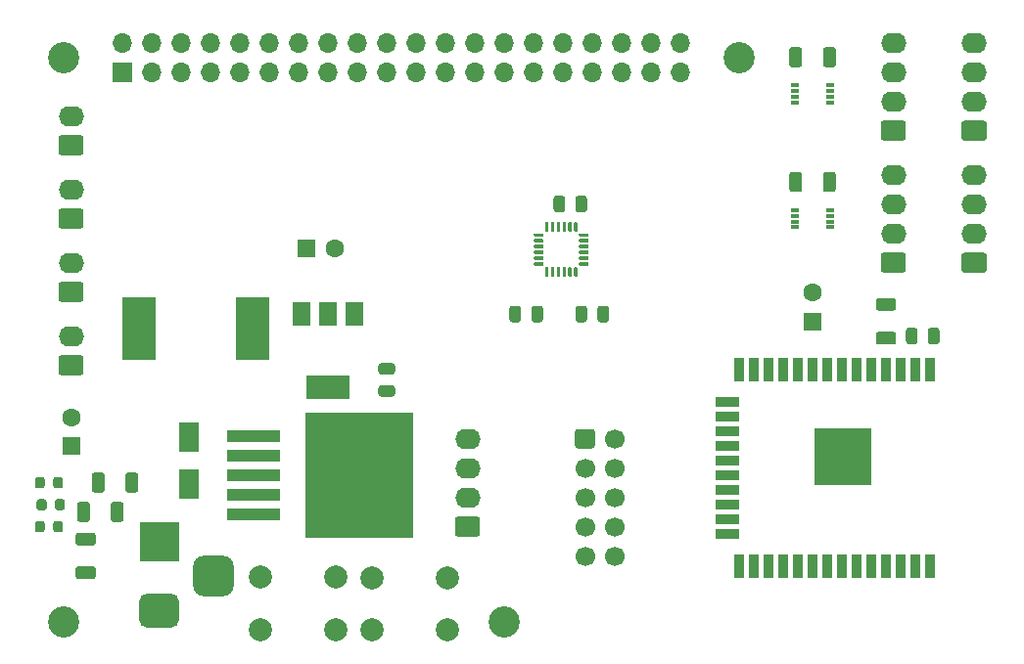
<source format=gbr>
%TF.GenerationSoftware,KiCad,Pcbnew,5.1.9+dfsg1-1*%
%TF.CreationDate,2021-09-29T19:21:48+02:00*%
%TF.ProjectId,main_board,6d61696e-5f62-46f6-9172-642e6b696361,rev?*%
%TF.SameCoordinates,Original*%
%TF.FileFunction,Soldermask,Top*%
%TF.FilePolarity,Negative*%
%FSLAX46Y46*%
G04 Gerber Fmt 4.6, Leading zero omitted, Abs format (unit mm)*
G04 Created by KiCad (PCBNEW 5.1.9+dfsg1-1) date 2021-09-29 19:21:48*
%MOMM*%
%LPD*%
G01*
G04 APERTURE LIST*
%ADD10C,2.700000*%
%ADD11R,1.600000X1.600000*%
%ADD12C,1.600000*%
%ADD13R,1.800000X2.500000*%
%ADD14R,3.500000X3.500000*%
%ADD15R,1.700000X1.700000*%
%ADD16O,1.700000X1.700000*%
%ADD17O,2.190000X1.740000*%
%ADD18R,2.900000X5.400000*%
%ADD19C,2.000000*%
%ADD20R,4.600000X1.100000*%
%ADD21R,9.400000X10.800000*%
%ADD22R,3.800000X2.000000*%
%ADD23R,1.500000X2.000000*%
%ADD24R,5.000000X5.000000*%
%ADD25R,0.900000X2.000000*%
%ADD26R,2.000000X0.900000*%
%ADD27R,0.800000X0.300000*%
%ADD28C,1.700000*%
G04 APERTURE END LIST*
D10*
%TO.C,REF\u002A\u002A*%
X82550000Y-93345000D03*
%TD*%
%TO.C,REF\u002A\u002A*%
X44450000Y-93345000D03*
%TD*%
%TO.C,REF\u002A\u002A*%
X102870000Y-44450000D03*
%TD*%
%TO.C,REF\u002A\u002A*%
X44450000Y-44450000D03*
%TD*%
D11*
%TO.C,C1*%
X45085000Y-78105000D03*
D12*
X45085000Y-75605000D03*
%TD*%
%TO.C,C2*%
X67905000Y-60960000D03*
D11*
X65405000Y-60960000D03*
%TD*%
%TO.C,C3*%
G36*
G01*
X72865000Y-71940000D02*
X71915000Y-71940000D01*
G75*
G02*
X71665000Y-71690000I0J250000D01*
G01*
X71665000Y-71190000D01*
G75*
G02*
X71915000Y-70940000I250000J0D01*
G01*
X72865000Y-70940000D01*
G75*
G02*
X73115000Y-71190000I0J-250000D01*
G01*
X73115000Y-71690000D01*
G75*
G02*
X72865000Y-71940000I-250000J0D01*
G01*
G37*
G36*
G01*
X72865000Y-73840000D02*
X71915000Y-73840000D01*
G75*
G02*
X71665000Y-73590000I0J250000D01*
G01*
X71665000Y-73090000D01*
G75*
G02*
X71915000Y-72840000I250000J0D01*
G01*
X72865000Y-72840000D01*
G75*
G02*
X73115000Y-73090000I0J-250000D01*
G01*
X73115000Y-73590000D01*
G75*
G02*
X72865000Y-73840000I-250000J0D01*
G01*
G37*
%TD*%
%TO.C,C4*%
G36*
G01*
X117295000Y-69055000D02*
X117295000Y-68105000D01*
G75*
G02*
X117545000Y-67855000I250000J0D01*
G01*
X118045000Y-67855000D01*
G75*
G02*
X118295000Y-68105000I0J-250000D01*
G01*
X118295000Y-69055000D01*
G75*
G02*
X118045000Y-69305000I-250000J0D01*
G01*
X117545000Y-69305000D01*
G75*
G02*
X117295000Y-69055000I0J250000D01*
G01*
G37*
G36*
G01*
X119195000Y-69055000D02*
X119195000Y-68105000D01*
G75*
G02*
X119445000Y-67855000I250000J0D01*
G01*
X119945000Y-67855000D01*
G75*
G02*
X120195000Y-68105000I0J-250000D01*
G01*
X120195000Y-69055000D01*
G75*
G02*
X119945000Y-69305000I-250000J0D01*
G01*
X119445000Y-69305000D01*
G75*
G02*
X119195000Y-69055000I0J250000D01*
G01*
G37*
%TD*%
%TO.C,C5*%
X109220000Y-67310000D03*
D12*
X109220000Y-64810000D03*
%TD*%
%TO.C,C6*%
G36*
G01*
X90620000Y-67150000D02*
X90620000Y-66200000D01*
G75*
G02*
X90870000Y-65950000I250000J0D01*
G01*
X91370000Y-65950000D01*
G75*
G02*
X91620000Y-66200000I0J-250000D01*
G01*
X91620000Y-67150000D01*
G75*
G02*
X91370000Y-67400000I-250000J0D01*
G01*
X90870000Y-67400000D01*
G75*
G02*
X90620000Y-67150000I0J250000D01*
G01*
G37*
G36*
G01*
X88720000Y-67150000D02*
X88720000Y-66200000D01*
G75*
G02*
X88970000Y-65950000I250000J0D01*
G01*
X89470000Y-65950000D01*
G75*
G02*
X89720000Y-66200000I0J-250000D01*
G01*
X89720000Y-67150000D01*
G75*
G02*
X89470000Y-67400000I-250000J0D01*
G01*
X88970000Y-67400000D01*
G75*
G02*
X88720000Y-67150000I0J250000D01*
G01*
G37*
%TD*%
%TO.C,C7*%
G36*
G01*
X83005000Y-67150000D02*
X83005000Y-66200000D01*
G75*
G02*
X83255000Y-65950000I250000J0D01*
G01*
X83755000Y-65950000D01*
G75*
G02*
X84005000Y-66200000I0J-250000D01*
G01*
X84005000Y-67150000D01*
G75*
G02*
X83755000Y-67400000I-250000J0D01*
G01*
X83255000Y-67400000D01*
G75*
G02*
X83005000Y-67150000I0J250000D01*
G01*
G37*
G36*
G01*
X84905000Y-67150000D02*
X84905000Y-66200000D01*
G75*
G02*
X85155000Y-65950000I250000J0D01*
G01*
X85655000Y-65950000D01*
G75*
G02*
X85905000Y-66200000I0J-250000D01*
G01*
X85905000Y-67150000D01*
G75*
G02*
X85655000Y-67400000I-250000J0D01*
G01*
X85155000Y-67400000D01*
G75*
G02*
X84905000Y-67150000I0J250000D01*
G01*
G37*
%TD*%
%TO.C,C8*%
G36*
G01*
X86815000Y-57625000D02*
X86815000Y-56675000D01*
G75*
G02*
X87065000Y-56425000I250000J0D01*
G01*
X87565000Y-56425000D01*
G75*
G02*
X87815000Y-56675000I0J-250000D01*
G01*
X87815000Y-57625000D01*
G75*
G02*
X87565000Y-57875000I-250000J0D01*
G01*
X87065000Y-57875000D01*
G75*
G02*
X86815000Y-57625000I0J250000D01*
G01*
G37*
G36*
G01*
X88715000Y-57625000D02*
X88715000Y-56675000D01*
G75*
G02*
X88965000Y-56425000I250000J0D01*
G01*
X89465000Y-56425000D01*
G75*
G02*
X89715000Y-56675000I0J-250000D01*
G01*
X89715000Y-57625000D01*
G75*
G02*
X89465000Y-57875000I-250000J0D01*
G01*
X88965000Y-57875000D01*
G75*
G02*
X88715000Y-57625000I0J250000D01*
G01*
G37*
%TD*%
D13*
%TO.C,D1*%
X55245000Y-77375000D03*
X55245000Y-81375000D03*
%TD*%
%TO.C,D2*%
G36*
G01*
X43530000Y-81536250D02*
X43530000Y-81023750D01*
G75*
G02*
X43748750Y-80805000I218750J0D01*
G01*
X44186250Y-80805000D01*
G75*
G02*
X44405000Y-81023750I0J-218750D01*
G01*
X44405000Y-81536250D01*
G75*
G02*
X44186250Y-81755000I-218750J0D01*
G01*
X43748750Y-81755000D01*
G75*
G02*
X43530000Y-81536250I0J218750D01*
G01*
G37*
G36*
G01*
X41955000Y-81536250D02*
X41955000Y-81023750D01*
G75*
G02*
X42173750Y-80805000I218750J0D01*
G01*
X42611250Y-80805000D01*
G75*
G02*
X42830000Y-81023750I0J-218750D01*
G01*
X42830000Y-81536250D01*
G75*
G02*
X42611250Y-81755000I-218750J0D01*
G01*
X42173750Y-81755000D01*
G75*
G02*
X41955000Y-81536250I0J218750D01*
G01*
G37*
%TD*%
%TO.C,D3*%
G36*
G01*
X42107500Y-83441250D02*
X42107500Y-82928750D01*
G75*
G02*
X42326250Y-82710000I218750J0D01*
G01*
X42763750Y-82710000D01*
G75*
G02*
X42982500Y-82928750I0J-218750D01*
G01*
X42982500Y-83441250D01*
G75*
G02*
X42763750Y-83660000I-218750J0D01*
G01*
X42326250Y-83660000D01*
G75*
G02*
X42107500Y-83441250I0J218750D01*
G01*
G37*
G36*
G01*
X43682500Y-83441250D02*
X43682500Y-82928750D01*
G75*
G02*
X43901250Y-82710000I218750J0D01*
G01*
X44338750Y-82710000D01*
G75*
G02*
X44557500Y-82928750I0J-218750D01*
G01*
X44557500Y-83441250D01*
G75*
G02*
X44338750Y-83660000I-218750J0D01*
G01*
X43901250Y-83660000D01*
G75*
G02*
X43682500Y-83441250I0J218750D01*
G01*
G37*
%TD*%
%TO.C,D4*%
G36*
G01*
X41955000Y-85346250D02*
X41955000Y-84833750D01*
G75*
G02*
X42173750Y-84615000I218750J0D01*
G01*
X42611250Y-84615000D01*
G75*
G02*
X42830000Y-84833750I0J-218750D01*
G01*
X42830000Y-85346250D01*
G75*
G02*
X42611250Y-85565000I-218750J0D01*
G01*
X42173750Y-85565000D01*
G75*
G02*
X41955000Y-85346250I0J218750D01*
G01*
G37*
G36*
G01*
X43530000Y-85346250D02*
X43530000Y-84833750D01*
G75*
G02*
X43748750Y-84615000I218750J0D01*
G01*
X44186250Y-84615000D01*
G75*
G02*
X44405000Y-84833750I0J-218750D01*
G01*
X44405000Y-85346250D01*
G75*
G02*
X44186250Y-85565000I-218750J0D01*
G01*
X43748750Y-85565000D01*
G75*
G02*
X43530000Y-85346250I0J218750D01*
G01*
G37*
%TD*%
D14*
%TO.C,12V in*%
X52705000Y-86360000D03*
G36*
G01*
X53705000Y-93860000D02*
X51705000Y-93860000D01*
G75*
G02*
X50955000Y-93110000I0J750000D01*
G01*
X50955000Y-91610000D01*
G75*
G02*
X51705000Y-90860000I750000J0D01*
G01*
X53705000Y-90860000D01*
G75*
G02*
X54455000Y-91610000I0J-750000D01*
G01*
X54455000Y-93110000D01*
G75*
G02*
X53705000Y-93860000I-750000J0D01*
G01*
G37*
G36*
G01*
X58280000Y-91110000D02*
X56530000Y-91110000D01*
G75*
G02*
X55655000Y-90235000I0J875000D01*
G01*
X55655000Y-88485000D01*
G75*
G02*
X56530000Y-87610000I875000J0D01*
G01*
X58280000Y-87610000D01*
G75*
G02*
X59155000Y-88485000I0J-875000D01*
G01*
X59155000Y-90235000D01*
G75*
G02*
X58280000Y-91110000I-875000J0D01*
G01*
G37*
%TD*%
D15*
%TO.C,Raspberry Pi header*%
X49530000Y-45720000D03*
D16*
X49530000Y-43180000D03*
X52070000Y-45720000D03*
X52070000Y-43180000D03*
X54610000Y-45720000D03*
X54610000Y-43180000D03*
X57150000Y-45720000D03*
X57150000Y-43180000D03*
X59690000Y-45720000D03*
X59690000Y-43180000D03*
X62230000Y-45720000D03*
X62230000Y-43180000D03*
X64770000Y-45720000D03*
X64770000Y-43180000D03*
X67310000Y-45720000D03*
X67310000Y-43180000D03*
X69850000Y-45720000D03*
X69850000Y-43180000D03*
X72390000Y-45720000D03*
X72390000Y-43180000D03*
X74930000Y-45720000D03*
X74930000Y-43180000D03*
X77470000Y-45720000D03*
X77470000Y-43180000D03*
X80010000Y-45720000D03*
X80010000Y-43180000D03*
X82550000Y-45720000D03*
X82550000Y-43180000D03*
X85090000Y-45720000D03*
X85090000Y-43180000D03*
X87630000Y-45720000D03*
X87630000Y-43180000D03*
X90170000Y-45720000D03*
X90170000Y-43180000D03*
X92710000Y-45720000D03*
X92710000Y-43180000D03*
X95250000Y-45720000D03*
X95250000Y-43180000D03*
X97790000Y-45720000D03*
X97790000Y-43180000D03*
%TD*%
%TO.C,Trigger*%
G36*
G01*
X45930001Y-52940000D02*
X44239999Y-52940000D01*
G75*
G02*
X43990000Y-52690001I0J249999D01*
G01*
X43990000Y-51449999D01*
G75*
G02*
X44239999Y-51200000I249999J0D01*
G01*
X45930001Y-51200000D01*
G75*
G02*
X46180000Y-51449999I0J-249999D01*
G01*
X46180000Y-52690001D01*
G75*
G02*
X45930001Y-52940000I-249999J0D01*
G01*
G37*
D17*
X45085000Y-49530000D03*
%TD*%
%TO.C,Side*%
X45085000Y-55880000D03*
G36*
G01*
X45930001Y-59290000D02*
X44239999Y-59290000D01*
G75*
G02*
X43990000Y-59040001I0J249999D01*
G01*
X43990000Y-57799999D01*
G75*
G02*
X44239999Y-57550000I249999J0D01*
G01*
X45930001Y-57550000D01*
G75*
G02*
X46180000Y-57799999I0J-249999D01*
G01*
X46180000Y-59040001D01*
G75*
G02*
X45930001Y-59290000I-249999J0D01*
G01*
G37*
%TD*%
%TO.C,A*%
G36*
G01*
X45930001Y-65640000D02*
X44239999Y-65640000D01*
G75*
G02*
X43990000Y-65390001I0J249999D01*
G01*
X43990000Y-64149999D01*
G75*
G02*
X44239999Y-63900000I249999J0D01*
G01*
X45930001Y-63900000D01*
G75*
G02*
X46180000Y-64149999I0J-249999D01*
G01*
X46180000Y-65390001D01*
G75*
G02*
X45930001Y-65640000I-249999J0D01*
G01*
G37*
X45085000Y-62230000D03*
%TD*%
%TO.C,B*%
X45085000Y-68580000D03*
G36*
G01*
X45930001Y-71990000D02*
X44239999Y-71990000D01*
G75*
G02*
X43990000Y-71740001I0J249999D01*
G01*
X43990000Y-70499999D01*
G75*
G02*
X44239999Y-70250000I249999J0D01*
G01*
X45930001Y-70250000D01*
G75*
G02*
X46180000Y-70499999I0J-249999D01*
G01*
X46180000Y-71740001D01*
G75*
G02*
X45930001Y-71990000I-249999J0D01*
G01*
G37*
%TD*%
%TO.C,J7*%
G36*
G01*
X124035001Y-63100000D02*
X122344999Y-63100000D01*
G75*
G02*
X122095000Y-62850001I0J249999D01*
G01*
X122095000Y-61609999D01*
G75*
G02*
X122344999Y-61360000I249999J0D01*
G01*
X124035001Y-61360000D01*
G75*
G02*
X124285000Y-61609999I0J-249999D01*
G01*
X124285000Y-62850001D01*
G75*
G02*
X124035001Y-63100000I-249999J0D01*
G01*
G37*
X123190000Y-59690000D03*
X123190000Y-57150000D03*
X123190000Y-54610000D03*
%TD*%
%TO.C,I2C periph*%
G36*
G01*
X117050001Y-63100000D02*
X115359999Y-63100000D01*
G75*
G02*
X115110000Y-62850001I0J249999D01*
G01*
X115110000Y-61609999D01*
G75*
G02*
X115359999Y-61360000I249999J0D01*
G01*
X117050001Y-61360000D01*
G75*
G02*
X117300000Y-61609999I0J-249999D01*
G01*
X117300000Y-62850001D01*
G75*
G02*
X117050001Y-63100000I-249999J0D01*
G01*
G37*
X116205000Y-59690000D03*
X116205000Y-57150000D03*
X116205000Y-54610000D03*
%TD*%
%TO.C,I2C motor*%
X116205000Y-43180000D03*
X116205000Y-45720000D03*
X116205000Y-48260000D03*
G36*
G01*
X117050001Y-51670000D02*
X115359999Y-51670000D01*
G75*
G02*
X115110000Y-51420001I0J249999D01*
G01*
X115110000Y-50179999D01*
G75*
G02*
X115359999Y-49930000I249999J0D01*
G01*
X117050001Y-49930000D01*
G75*
G02*
X117300000Y-50179999I0J-249999D01*
G01*
X117300000Y-51420001D01*
G75*
G02*
X117050001Y-51670000I-249999J0D01*
G01*
G37*
%TD*%
%TO.C,J10*%
X123190000Y-43180000D03*
X123190000Y-45720000D03*
X123190000Y-48260000D03*
G36*
G01*
X124035001Y-51670000D02*
X122344999Y-51670000D01*
G75*
G02*
X122095000Y-51420001I0J249999D01*
G01*
X122095000Y-50179999D01*
G75*
G02*
X122344999Y-49930000I249999J0D01*
G01*
X124035001Y-49930000D01*
G75*
G02*
X124285000Y-50179999I0J-249999D01*
G01*
X124285000Y-51420001D01*
G75*
G02*
X124035001Y-51670000I-249999J0D01*
G01*
G37*
%TD*%
D18*
%TO.C,L1*%
X50930000Y-67945000D03*
X60830000Y-67945000D03*
%TD*%
%TO.C,R1*%
G36*
G01*
X49795000Y-81905001D02*
X49795000Y-80654999D01*
G75*
G02*
X50044999Y-80405000I249999J0D01*
G01*
X50670001Y-80405000D01*
G75*
G02*
X50920000Y-80654999I0J-249999D01*
G01*
X50920000Y-81905001D01*
G75*
G02*
X50670001Y-82155000I-249999J0D01*
G01*
X50044999Y-82155000D01*
G75*
G02*
X49795000Y-81905001I0J249999D01*
G01*
G37*
G36*
G01*
X46870000Y-81905001D02*
X46870000Y-80654999D01*
G75*
G02*
X47119999Y-80405000I249999J0D01*
G01*
X47745001Y-80405000D01*
G75*
G02*
X47995000Y-80654999I0J-249999D01*
G01*
X47995000Y-81905001D01*
G75*
G02*
X47745001Y-82155000I-249999J0D01*
G01*
X47119999Y-82155000D01*
G75*
G02*
X46870000Y-81905001I0J249999D01*
G01*
G37*
%TD*%
%TO.C,R2*%
G36*
G01*
X114944999Y-65285000D02*
X116195001Y-65285000D01*
G75*
G02*
X116445000Y-65534999I0J-249999D01*
G01*
X116445000Y-66160001D01*
G75*
G02*
X116195001Y-66410000I-249999J0D01*
G01*
X114944999Y-66410000D01*
G75*
G02*
X114695000Y-66160001I0J249999D01*
G01*
X114695000Y-65534999D01*
G75*
G02*
X114944999Y-65285000I249999J0D01*
G01*
G37*
G36*
G01*
X114944999Y-68210000D02*
X116195001Y-68210000D01*
G75*
G02*
X116445000Y-68459999I0J-249999D01*
G01*
X116445000Y-69085001D01*
G75*
G02*
X116195001Y-69335000I-249999J0D01*
G01*
X114944999Y-69335000D01*
G75*
G02*
X114695000Y-69085001I0J249999D01*
G01*
X114695000Y-68459999D01*
G75*
G02*
X114944999Y-68210000I249999J0D01*
G01*
G37*
%TD*%
%TO.C,R3*%
G36*
G01*
X49650000Y-83194999D02*
X49650000Y-84445001D01*
G75*
G02*
X49400001Y-84695000I-249999J0D01*
G01*
X48774999Y-84695000D01*
G75*
G02*
X48525000Y-84445001I0J249999D01*
G01*
X48525000Y-83194999D01*
G75*
G02*
X48774999Y-82945000I249999J0D01*
G01*
X49400001Y-82945000D01*
G75*
G02*
X49650000Y-83194999I0J-249999D01*
G01*
G37*
G36*
G01*
X46725000Y-83194999D02*
X46725000Y-84445001D01*
G75*
G02*
X46475001Y-84695000I-249999J0D01*
G01*
X45849999Y-84695000D01*
G75*
G02*
X45600000Y-84445001I0J249999D01*
G01*
X45600000Y-83194999D01*
G75*
G02*
X45849999Y-82945000I249999J0D01*
G01*
X46475001Y-82945000D01*
G75*
G02*
X46725000Y-83194999I0J-249999D01*
G01*
G37*
%TD*%
%TO.C,R4*%
G36*
G01*
X46980001Y-86730000D02*
X45729999Y-86730000D01*
G75*
G02*
X45480000Y-86480001I0J249999D01*
G01*
X45480000Y-85854999D01*
G75*
G02*
X45729999Y-85605000I249999J0D01*
G01*
X46980001Y-85605000D01*
G75*
G02*
X47230000Y-85854999I0J-249999D01*
G01*
X47230000Y-86480001D01*
G75*
G02*
X46980001Y-86730000I-249999J0D01*
G01*
G37*
G36*
G01*
X46980001Y-89655000D02*
X45729999Y-89655000D01*
G75*
G02*
X45480000Y-89405001I0J249999D01*
G01*
X45480000Y-88779999D01*
G75*
G02*
X45729999Y-88530000I249999J0D01*
G01*
X46980001Y-88530000D01*
G75*
G02*
X47230000Y-88779999I0J-249999D01*
G01*
X47230000Y-89405001D01*
G75*
G02*
X46980001Y-89655000I-249999J0D01*
G01*
G37*
%TD*%
%TO.C,R5*%
G36*
G01*
X110120000Y-55870001D02*
X110120000Y-54619999D01*
G75*
G02*
X110369999Y-54370000I249999J0D01*
G01*
X110995001Y-54370000D01*
G75*
G02*
X111245000Y-54619999I0J-249999D01*
G01*
X111245000Y-55870001D01*
G75*
G02*
X110995001Y-56120000I-249999J0D01*
G01*
X110369999Y-56120000D01*
G75*
G02*
X110120000Y-55870001I0J249999D01*
G01*
G37*
G36*
G01*
X107195000Y-55870001D02*
X107195000Y-54619999D01*
G75*
G02*
X107444999Y-54370000I249999J0D01*
G01*
X108070001Y-54370000D01*
G75*
G02*
X108320000Y-54619999I0J-249999D01*
G01*
X108320000Y-55870001D01*
G75*
G02*
X108070001Y-56120000I-249999J0D01*
G01*
X107444999Y-56120000D01*
G75*
G02*
X107195000Y-55870001I0J249999D01*
G01*
G37*
%TD*%
%TO.C,R6*%
G36*
G01*
X107195000Y-45075001D02*
X107195000Y-43824999D01*
G75*
G02*
X107444999Y-43575000I249999J0D01*
G01*
X108070001Y-43575000D01*
G75*
G02*
X108320000Y-43824999I0J-249999D01*
G01*
X108320000Y-45075001D01*
G75*
G02*
X108070001Y-45325000I-249999J0D01*
G01*
X107444999Y-45325000D01*
G75*
G02*
X107195000Y-45075001I0J249999D01*
G01*
G37*
G36*
G01*
X110120000Y-45075001D02*
X110120000Y-43824999D01*
G75*
G02*
X110369999Y-43575000I249999J0D01*
G01*
X110995001Y-43575000D01*
G75*
G02*
X111245000Y-43824999I0J-249999D01*
G01*
X111245000Y-45075001D01*
G75*
G02*
X110995001Y-45325000I-249999J0D01*
G01*
X110369999Y-45325000D01*
G75*
G02*
X110120000Y-45075001I0J249999D01*
G01*
G37*
%TD*%
D19*
%TO.C,RESET*%
X61445000Y-93980000D03*
X61445000Y-89480000D03*
X67945000Y-93980000D03*
X67945000Y-89480000D03*
%TD*%
%TO.C,BOOT*%
X71120000Y-94035000D03*
X71120000Y-89535000D03*
X77620000Y-94035000D03*
X77620000Y-89535000D03*
%TD*%
D20*
%TO.C,U1*%
X60900000Y-77245000D03*
X60900000Y-78945000D03*
X60900000Y-80645000D03*
X60900000Y-82345000D03*
X60900000Y-84045000D03*
D21*
X70050000Y-80645000D03*
%TD*%
D22*
%TO.C,U2*%
X67310000Y-73000000D03*
D23*
X67310000Y-66700000D03*
X65010000Y-66700000D03*
X69610000Y-66700000D03*
%TD*%
D24*
%TO.C,ESP32*%
X111880000Y-79010000D03*
D25*
X119380000Y-71510000D03*
X118110000Y-71510000D03*
X116840000Y-71510000D03*
X115570000Y-71510000D03*
X114300000Y-71510000D03*
X113030000Y-71510000D03*
X111760000Y-71510000D03*
X110490000Y-71510000D03*
X109220000Y-71510000D03*
X107950000Y-71510000D03*
X106680000Y-71510000D03*
X105410000Y-71510000D03*
X104140000Y-71510000D03*
X102870000Y-71510000D03*
D26*
X101870000Y-74295000D03*
X101870000Y-75565000D03*
X101870000Y-76835000D03*
X101870000Y-78105000D03*
X101870000Y-79375000D03*
X101870000Y-80645000D03*
X101870000Y-81915000D03*
X101870000Y-83185000D03*
X101870000Y-84455000D03*
X101870000Y-85725000D03*
D25*
X102870000Y-88510000D03*
X104140000Y-88510000D03*
X105410000Y-88510000D03*
X106680000Y-88510000D03*
X107950000Y-88510000D03*
X109220000Y-88510000D03*
X110490000Y-88510000D03*
X111760000Y-88510000D03*
X113030000Y-88510000D03*
X114300000Y-88510000D03*
X115570000Y-88510000D03*
X116840000Y-88510000D03*
X118110000Y-88510000D03*
X119380000Y-88510000D03*
%TD*%
D27*
%TO.C,U4*%
X107670000Y-57670000D03*
X107670000Y-58170000D03*
X107670000Y-58670000D03*
X107670000Y-59170000D03*
X110770000Y-59170000D03*
X110770000Y-58670000D03*
X110770000Y-58170000D03*
X110770000Y-57670000D03*
%TD*%
%TO.C,U5*%
X110770000Y-46875000D03*
X110770000Y-47375000D03*
X110770000Y-47875000D03*
X110770000Y-48375000D03*
X107670000Y-48375000D03*
X107670000Y-47875000D03*
X107670000Y-47375000D03*
X107670000Y-46875000D03*
%TD*%
%TO.C,U6*%
G36*
G01*
X85115001Y-59915001D02*
X85115001Y-59765001D01*
G75*
G02*
X85190001Y-59690001I75000J0D01*
G01*
X85890001Y-59690001D01*
G75*
G02*
X85965001Y-59765001I0J-75000D01*
G01*
X85965001Y-59915001D01*
G75*
G02*
X85890001Y-59990001I-75000J0D01*
G01*
X85190001Y-59990001D01*
G75*
G02*
X85115001Y-59915001I0J75000D01*
G01*
G37*
G36*
G01*
X85115001Y-60415001D02*
X85115001Y-60265001D01*
G75*
G02*
X85190001Y-60190001I75000J0D01*
G01*
X85890001Y-60190001D01*
G75*
G02*
X85965001Y-60265001I0J-75000D01*
G01*
X85965001Y-60415001D01*
G75*
G02*
X85890001Y-60490001I-75000J0D01*
G01*
X85190001Y-60490001D01*
G75*
G02*
X85115001Y-60415001I0J75000D01*
G01*
G37*
G36*
G01*
X85115001Y-60915001D02*
X85115001Y-60765001D01*
G75*
G02*
X85190001Y-60690001I75000J0D01*
G01*
X85890001Y-60690001D01*
G75*
G02*
X85965001Y-60765001I0J-75000D01*
G01*
X85965001Y-60915001D01*
G75*
G02*
X85890001Y-60990001I-75000J0D01*
G01*
X85190001Y-60990001D01*
G75*
G02*
X85115001Y-60915001I0J75000D01*
G01*
G37*
G36*
G01*
X85115001Y-61415001D02*
X85115001Y-61265001D01*
G75*
G02*
X85190001Y-61190001I75000J0D01*
G01*
X85890001Y-61190001D01*
G75*
G02*
X85965001Y-61265001I0J-75000D01*
G01*
X85965001Y-61415001D01*
G75*
G02*
X85890001Y-61490001I-75000J0D01*
G01*
X85190001Y-61490001D01*
G75*
G02*
X85115001Y-61415001I0J75000D01*
G01*
G37*
G36*
G01*
X85115001Y-61915001D02*
X85115001Y-61765001D01*
G75*
G02*
X85190001Y-61690001I75000J0D01*
G01*
X85890001Y-61690001D01*
G75*
G02*
X85965001Y-61765001I0J-75000D01*
G01*
X85965001Y-61915001D01*
G75*
G02*
X85890001Y-61990001I-75000J0D01*
G01*
X85190001Y-61990001D01*
G75*
G02*
X85115001Y-61915001I0J75000D01*
G01*
G37*
G36*
G01*
X85115001Y-62415001D02*
X85115001Y-62265001D01*
G75*
G02*
X85190001Y-62190001I75000J0D01*
G01*
X85890001Y-62190001D01*
G75*
G02*
X85965001Y-62265001I0J-75000D01*
G01*
X85965001Y-62415001D01*
G75*
G02*
X85890001Y-62490001I-75000J0D01*
G01*
X85190001Y-62490001D01*
G75*
G02*
X85115001Y-62415001I0J75000D01*
G01*
G37*
G36*
G01*
X86315001Y-63465001D02*
X86165001Y-63465001D01*
G75*
G02*
X86090001Y-63390001I0J75000D01*
G01*
X86090001Y-62690001D01*
G75*
G02*
X86165001Y-62615001I75000J0D01*
G01*
X86315001Y-62615001D01*
G75*
G02*
X86390001Y-62690001I0J-75000D01*
G01*
X86390001Y-63390001D01*
G75*
G02*
X86315001Y-63465001I-75000J0D01*
G01*
G37*
G36*
G01*
X86815001Y-63465001D02*
X86665001Y-63465001D01*
G75*
G02*
X86590001Y-63390001I0J75000D01*
G01*
X86590001Y-62690001D01*
G75*
G02*
X86665001Y-62615001I75000J0D01*
G01*
X86815001Y-62615001D01*
G75*
G02*
X86890001Y-62690001I0J-75000D01*
G01*
X86890001Y-63390001D01*
G75*
G02*
X86815001Y-63465001I-75000J0D01*
G01*
G37*
G36*
G01*
X87315001Y-63465001D02*
X87165001Y-63465001D01*
G75*
G02*
X87090001Y-63390001I0J75000D01*
G01*
X87090001Y-62690001D01*
G75*
G02*
X87165001Y-62615001I75000J0D01*
G01*
X87315001Y-62615001D01*
G75*
G02*
X87390001Y-62690001I0J-75000D01*
G01*
X87390001Y-63390001D01*
G75*
G02*
X87315001Y-63465001I-75000J0D01*
G01*
G37*
G36*
G01*
X87815001Y-63465001D02*
X87665001Y-63465001D01*
G75*
G02*
X87590001Y-63390001I0J75000D01*
G01*
X87590001Y-62690001D01*
G75*
G02*
X87665001Y-62615001I75000J0D01*
G01*
X87815001Y-62615001D01*
G75*
G02*
X87890001Y-62690001I0J-75000D01*
G01*
X87890001Y-63390001D01*
G75*
G02*
X87815001Y-63465001I-75000J0D01*
G01*
G37*
G36*
G01*
X88315001Y-63465001D02*
X88165001Y-63465001D01*
G75*
G02*
X88090001Y-63390001I0J75000D01*
G01*
X88090001Y-62690001D01*
G75*
G02*
X88165001Y-62615001I75000J0D01*
G01*
X88315001Y-62615001D01*
G75*
G02*
X88390001Y-62690001I0J-75000D01*
G01*
X88390001Y-63390001D01*
G75*
G02*
X88315001Y-63465001I-75000J0D01*
G01*
G37*
G36*
G01*
X88815001Y-63465001D02*
X88665001Y-63465001D01*
G75*
G02*
X88590001Y-63390001I0J75000D01*
G01*
X88590001Y-62690001D01*
G75*
G02*
X88665001Y-62615001I75000J0D01*
G01*
X88815001Y-62615001D01*
G75*
G02*
X88890001Y-62690001I0J-75000D01*
G01*
X88890001Y-63390001D01*
G75*
G02*
X88815001Y-63465001I-75000J0D01*
G01*
G37*
G36*
G01*
X89015001Y-62415001D02*
X89015001Y-62265001D01*
G75*
G02*
X89090001Y-62190001I75000J0D01*
G01*
X89790001Y-62190001D01*
G75*
G02*
X89865001Y-62265001I0J-75000D01*
G01*
X89865001Y-62415001D01*
G75*
G02*
X89790001Y-62490001I-75000J0D01*
G01*
X89090001Y-62490001D01*
G75*
G02*
X89015001Y-62415001I0J75000D01*
G01*
G37*
G36*
G01*
X89015001Y-61915001D02*
X89015001Y-61765001D01*
G75*
G02*
X89090001Y-61690001I75000J0D01*
G01*
X89790001Y-61690001D01*
G75*
G02*
X89865001Y-61765001I0J-75000D01*
G01*
X89865001Y-61915001D01*
G75*
G02*
X89790001Y-61990001I-75000J0D01*
G01*
X89090001Y-61990001D01*
G75*
G02*
X89015001Y-61915001I0J75000D01*
G01*
G37*
G36*
G01*
X89015001Y-61415001D02*
X89015001Y-61265001D01*
G75*
G02*
X89090001Y-61190001I75000J0D01*
G01*
X89790001Y-61190001D01*
G75*
G02*
X89865001Y-61265001I0J-75000D01*
G01*
X89865001Y-61415001D01*
G75*
G02*
X89790001Y-61490001I-75000J0D01*
G01*
X89090001Y-61490001D01*
G75*
G02*
X89015001Y-61415001I0J75000D01*
G01*
G37*
G36*
G01*
X89015001Y-60915001D02*
X89015001Y-60765001D01*
G75*
G02*
X89090001Y-60690001I75000J0D01*
G01*
X89790001Y-60690001D01*
G75*
G02*
X89865001Y-60765001I0J-75000D01*
G01*
X89865001Y-60915001D01*
G75*
G02*
X89790001Y-60990001I-75000J0D01*
G01*
X89090001Y-60990001D01*
G75*
G02*
X89015001Y-60915001I0J75000D01*
G01*
G37*
G36*
G01*
X89015001Y-60415001D02*
X89015001Y-60265001D01*
G75*
G02*
X89090001Y-60190001I75000J0D01*
G01*
X89790001Y-60190001D01*
G75*
G02*
X89865001Y-60265001I0J-75000D01*
G01*
X89865001Y-60415001D01*
G75*
G02*
X89790001Y-60490001I-75000J0D01*
G01*
X89090001Y-60490001D01*
G75*
G02*
X89015001Y-60415001I0J75000D01*
G01*
G37*
G36*
G01*
X89015001Y-59915001D02*
X89015001Y-59765001D01*
G75*
G02*
X89090001Y-59690001I75000J0D01*
G01*
X89790001Y-59690001D01*
G75*
G02*
X89865001Y-59765001I0J-75000D01*
G01*
X89865001Y-59915001D01*
G75*
G02*
X89790001Y-59990001I-75000J0D01*
G01*
X89090001Y-59990001D01*
G75*
G02*
X89015001Y-59915001I0J75000D01*
G01*
G37*
G36*
G01*
X88815001Y-59565001D02*
X88665001Y-59565001D01*
G75*
G02*
X88590001Y-59490001I0J75000D01*
G01*
X88590001Y-58790001D01*
G75*
G02*
X88665001Y-58715001I75000J0D01*
G01*
X88815001Y-58715001D01*
G75*
G02*
X88890001Y-58790001I0J-75000D01*
G01*
X88890001Y-59490001D01*
G75*
G02*
X88815001Y-59565001I-75000J0D01*
G01*
G37*
G36*
G01*
X88315001Y-59565001D02*
X88165001Y-59565001D01*
G75*
G02*
X88090001Y-59490001I0J75000D01*
G01*
X88090001Y-58790001D01*
G75*
G02*
X88165001Y-58715001I75000J0D01*
G01*
X88315001Y-58715001D01*
G75*
G02*
X88390001Y-58790001I0J-75000D01*
G01*
X88390001Y-59490001D01*
G75*
G02*
X88315001Y-59565001I-75000J0D01*
G01*
G37*
G36*
G01*
X87815001Y-59565001D02*
X87665001Y-59565001D01*
G75*
G02*
X87590001Y-59490001I0J75000D01*
G01*
X87590001Y-58790001D01*
G75*
G02*
X87665001Y-58715001I75000J0D01*
G01*
X87815001Y-58715001D01*
G75*
G02*
X87890001Y-58790001I0J-75000D01*
G01*
X87890001Y-59490001D01*
G75*
G02*
X87815001Y-59565001I-75000J0D01*
G01*
G37*
G36*
G01*
X87315001Y-59565001D02*
X87165001Y-59565001D01*
G75*
G02*
X87090001Y-59490001I0J75000D01*
G01*
X87090001Y-58790001D01*
G75*
G02*
X87165001Y-58715001I75000J0D01*
G01*
X87315001Y-58715001D01*
G75*
G02*
X87390001Y-58790001I0J-75000D01*
G01*
X87390001Y-59490001D01*
G75*
G02*
X87315001Y-59565001I-75000J0D01*
G01*
G37*
G36*
G01*
X86815001Y-59565001D02*
X86665001Y-59565001D01*
G75*
G02*
X86590001Y-59490001I0J75000D01*
G01*
X86590001Y-58790001D01*
G75*
G02*
X86665001Y-58715001I75000J0D01*
G01*
X86815001Y-58715001D01*
G75*
G02*
X86890001Y-58790001I0J-75000D01*
G01*
X86890001Y-59490001D01*
G75*
G02*
X86815001Y-59565001I-75000J0D01*
G01*
G37*
G36*
G01*
X86315001Y-59565001D02*
X86165001Y-59565001D01*
G75*
G02*
X86090001Y-59490001I0J75000D01*
G01*
X86090001Y-58790001D01*
G75*
G02*
X86165001Y-58715001I75000J0D01*
G01*
X86315001Y-58715001D01*
G75*
G02*
X86390001Y-58790001I0J-75000D01*
G01*
X86390001Y-59490001D01*
G75*
G02*
X86315001Y-59565001I-75000J0D01*
G01*
G37*
%TD*%
%TO.C,JTAG*%
G36*
G01*
X88685000Y-78070000D02*
X88685000Y-76870000D01*
G75*
G02*
X88935000Y-76620000I250000J0D01*
G01*
X90135000Y-76620000D01*
G75*
G02*
X90385000Y-76870000I0J-250000D01*
G01*
X90385000Y-78070000D01*
G75*
G02*
X90135000Y-78320000I-250000J0D01*
G01*
X88935000Y-78320000D01*
G75*
G02*
X88685000Y-78070000I0J250000D01*
G01*
G37*
D28*
X89535000Y-80010000D03*
X89535000Y-82550000D03*
X89535000Y-85090000D03*
X89535000Y-87630000D03*
X92075000Y-77470000D03*
X92075000Y-80010000D03*
X92075000Y-82550000D03*
X92075000Y-85090000D03*
X92075000Y-87630000D03*
%TD*%
%TO.C,UART*%
G36*
G01*
X80220001Y-85960000D02*
X78529999Y-85960000D01*
G75*
G02*
X78280000Y-85710001I0J249999D01*
G01*
X78280000Y-84469999D01*
G75*
G02*
X78529999Y-84220000I249999J0D01*
G01*
X80220001Y-84220000D01*
G75*
G02*
X80470000Y-84469999I0J-249999D01*
G01*
X80470000Y-85710001D01*
G75*
G02*
X80220001Y-85960000I-249999J0D01*
G01*
G37*
D17*
X79375000Y-82550000D03*
X79375000Y-80010000D03*
X79375000Y-77470000D03*
%TD*%
M02*

</source>
